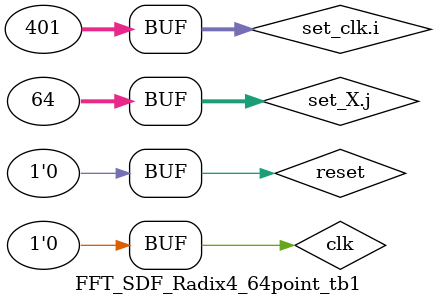
<source format=v>
`timescale 1ns / 1ps

module FFT_SDF_Radix4_64point_tb1;
// input
reg clk, reset;
reg signed [12:0] X_time_real, X_time_imag;

reg signed [12:0] X_time_real_all [0:63];        // Àx¦s input ªº©Ò¦³­È(64 ­Ó¼Æ¡A 13bits)
reg signed [12:0] X_time_imag_all [0:63];

// output
wire signed [18:0] X_freq_real, X_freq_imag;

// Åª¨ú input
initial
begin
    X_time_real_all[0] = 13'd64;
    X_time_real_all[1] = -13'd732;
    X_time_real_all[2] = -13'd92;
    X_time_real_all[3] = 13'd9;
    
    X_time_real_all[4] = -13'd95;
    X_time_real_all[5] = -13'd43;
    X_time_real_all[6] = -13'd363;
    X_time_real_all[7] = -13'd154;
    
    X_time_real_all[8] = -13'd91;
    X_time_real_all[9] = -13'd551;
    X_time_real_all[10] = -13'd124;
    X_time_real_all[11] = -13'd51;
    
    X_time_real_all[12] = 13'd312;
    X_time_real_all[13] = 13'd312;
    X_time_real_all[14] = 13'd227;
    X_time_real_all[15] = 13'd81;
    
    X_time_real_all[16] = 13'd192;
    X_time_real_all[17] = -13'd214;
    X_time_real_all[18] = -13'd538;
    X_time_real_all[19] = 13'd631;
    
    X_time_real_all[20] = -13'd74;
    X_time_real_all[21] = 13'd252;
    X_time_real_all[22] = 13'd129;
    X_time_real_all[23] = -13'd58;
    
    X_time_real_all[24] = -13'd38;
    X_time_real_all[25] = 13'd29;
    X_time_real_all[26] = 13'd378;
    X_time_real_all[27] = 13'd367;
    
    X_time_real_all[28] = -13'd127;
    X_time_real_all[29] = -13'd207;
    X_time_real_all[30] = 13'd118;
    X_time_real_all[31] = -13'd64;
    
    X_time_real_all[32] = 13'd64;
    X_time_real_all[33] = 13'd161;
    X_time_real_all[34] = 13'd244;
    X_time_real_all[35] = -13'd174;
    
    X_time_real_all[36] = 13'd3;
    X_time_real_all[37] = -13'd60;
    X_time_real_all[38] = -13'd284;
    X_time_real_all[39] = -13'd35;
    
    X_time_real_all[40] = 13'd90;
    X_time_real_all[41] = -13'd265;
    X_time_real_all[42] = 13'd80;
    X_time_real_all[43] = -13'd176;
    
    X_time_real_all[44] = 13'd214;
    X_time_real_all[45] = -13'd147;
    X_time_real_all[46] = -13'd261;
    X_time_real_all[47] = -13'd263;
    
    X_time_real_all[48] = 13'd448;
    X_time_real_all[49] = -13'd647;
    X_time_real_all[50] = -13'd159;
    X_time_real_all[51] = -13'd523;
    
    X_time_real_all[52] = 13'd163;
    X_time_real_all[53] = 13'd314;
    X_time_real_all[54] = -13'd539;
    X_time_real_all[55] = -13'd33;
    
    X_time_real_all[56] = -13'd219;
    X_time_real_all[57] = 13'd104;
    X_time_real_all[58] = 13'd207;
    X_time_real_all[59] = 13'd276;
    
    X_time_real_all[60] = 13'd110;
    X_time_real_all[61] = -13'd360;
    X_time_real_all[62] = -13'd55;
    X_time_real_all[63] = 13'd161;
    
    
    X_time_imag_all[0] = 13'd0;
    X_time_imag_all[1] = -13'd10;
    X_time_imag_all[2] = 13'd330;
    X_time_imag_all[3] = 13'd166;
    
    X_time_imag_all[4] = -13'd18;
    X_time_imag_all[5] = 13'd126;
    X_time_imag_all[6] = -13'd325;
    X_time_imag_all[7] = 13'd23;
    
    X_time_imag_all[8] = 13'd463;
    X_time_imag_all[9] = 13'd231;
    X_time_imag_all[10] = 13'd161;
    X_time_imag_all[11] = -13'd89;
    
    X_time_imag_all[12] = -13'd6;
    X_time_imag_all[13] = 13'd521;
    X_time_imag_all[14] = -13'd305;
    X_time_imag_all[15] = 13'd128;
    
    X_time_imag_all[16] = 13'd0;
    X_time_imag_all[17] = -13'd22;
    X_time_imag_all[18] = -13'd112;
    X_time_imag_all[19] = 13'd60;
    
    X_time_imag_all[20] = 13'd86;
    X_time_imag_all[21] = -13'd340;
    X_time_imag_all[22] = -13'd154;
    X_time_imag_all[23] = -13'd249;
    
    X_time_imag_all[24] = -13'd155;
    X_time_imag_all[25] = 13'd143;
    X_time_imag_all[26] = 13'd202;
    X_time_imag_all[27] = 13'd21;
    
    X_time_imag_all[28] = 13'd488;
    X_time_imag_all[29] = 13'd118;
    X_time_imag_all[30] = 13'd428;
    X_time_imag_all[31] = -13'd18;
    
    X_time_imag_all[32] = -13'd256;
    X_time_imag_all[33] = -13'd160;
    X_time_imag_all[34] = -13'd132;
    X_time_imag_all[35] = -13'd294;
    
    X_time_imag_all[36] = -13'd255;
    X_time_imag_all[37] = 13'd482;
    X_time_imag_all[38] = 13'd272;
    X_time_imag_all[39] = -13'd28;
    
    X_time_imag_all[40] = -13'd80;
    X_time_imag_all[41] = -13'd5;
    X_time_imag_all[42] = 13'd161;
    X_time_imag_all[43] = 13'd322;
    
    X_time_imag_all[44] = 13'd426;
    X_time_imag_all[45] = -13'd167;
    X_time_imag_all[46] = 13'd70;
    X_time_imag_all[47] = 13'd57;
    
    X_time_imag_all[48] = 13'd0;
    X_time_imag_all[49] = -13'd228;
    X_time_imag_all[50] = 13'd349;
    X_time_imag_all[51] = -13'd128;
    
    X_time_imag_all[52] = 13'd184;
    X_time_imag_all[53] = 13'd9;
    X_time_imag_all[54] = 13'd280;
    X_time_imag_all[55] = -13'd362;
    
    X_time_imag_all[56] = 13'd26;
    X_time_imag_all[57] = -13'd315;
    X_time_imag_all[58] = -13'd451;
    X_time_imag_all[59] = 13'd300;
    
    X_time_imag_all[60] = 13'd113;
    X_time_imag_all[61] = -13'd391;
    X_time_imag_all[62] = 13'd242;
    X_time_imag_all[63] = 13'd82;
end

// ¤Þ¥Î«Ý´ú¼Ò²Õ
FFT_SDF_Radix4_64point FFT_64pt(.X_time_real(X_time_real), .X_time_imag(X_time_imag), .clk(clk), 
.reset(reset), .X_freq_real(X_freq_real), .X_freq_imag(X_freq_imag));

// ¿é¤J°T¸¹³]©w : clk, reset
initial
begin: set_reset
    integer i;
    #0   reset = 1'b0;
    #150 reset = 1'b1;
    #10  reset = 1'b0;
end

initial
begin: set_clk      
    integer i;
    #0   clk = 1'b0;
    #160   for(i = 1; i <= 400; i = i+1)
            #10 clk = ~clk;         // clk ¶g´Á = 40ns
end

// ¿é¤J°T¸¹³]©w :  X : ¨C 1 ­Ó clk ¶g´Á ´«¤U¤@­Ó¿é¤J¡A¦@ 64 ­Ó X
initial
begin: set_X
    integer j;
    #160 X_time_real = X_time_real_all[0];
         X_time_imag = X_time_imag_all[0];
        for(j = 1; j <= 63; j = j+1)
        begin
            #20 X_time_real = X_time_real_all[j];
                X_time_imag = X_time_imag_all[j];
        end
end


endmodule
</source>
